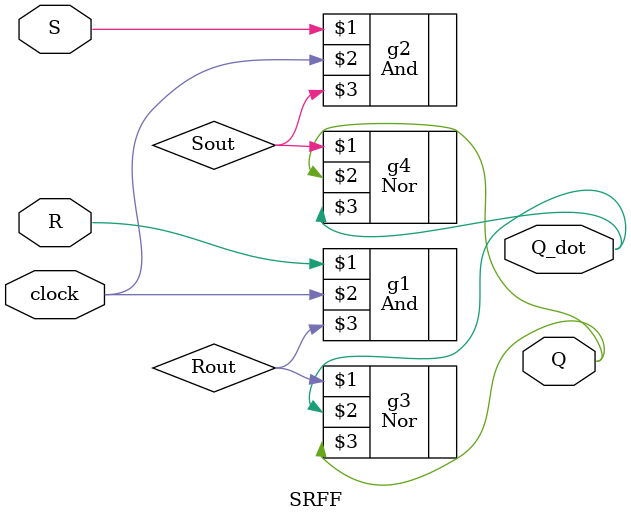
<source format=v>
`ifndef SRFF_V
`define SRFF_V
`include "and.v"
`include "nor.v"

module SRFF(input R, clock, S, output Q, Q_dot);
    And g1(R, clock, Rout);
    And g2(S, clock, Sout);
    Nor g3(Rout, Q_dot, Q);
    Nor g4(Sout, Q, Q_dot);
endmodule
`endif
</source>
